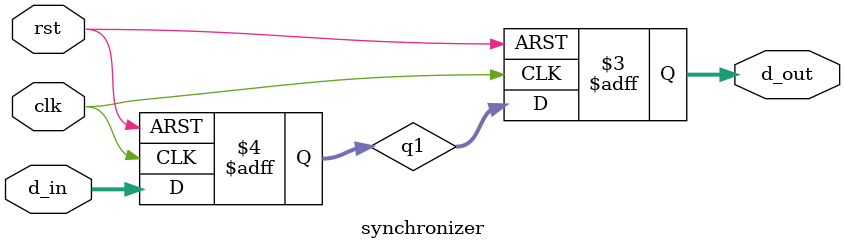
<source format=v>
module synchronizer(clk,rst,d_in,d_out);

parameter Datawidth = 8;
parameter Width = 3;
parameter Depth = 8;


  input clk,rst;
  input [Width:0]d_in;
  output reg [Width:0]d_out;
  reg [Width:0] q1;
  always@(posedge clk or negedge rst) begin
    if(!rst) begin
      q1 <= 0;
      d_out <= 0;
    end
    else begin
      q1 <= d_in;
      d_out <= q1;
    end
  end
endmodule
</source>
